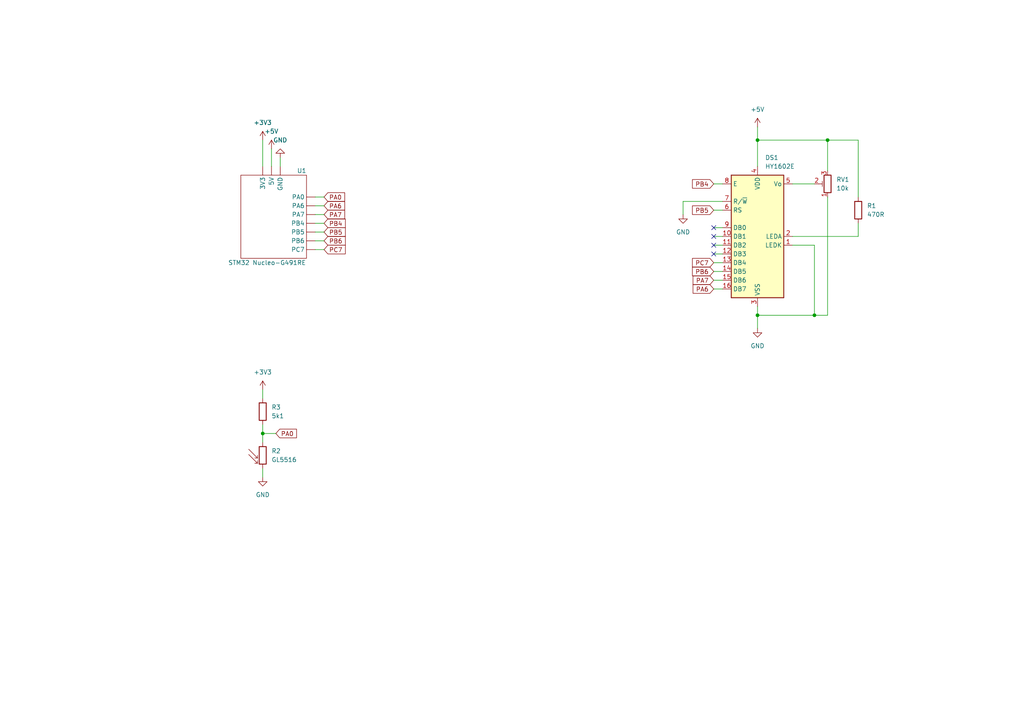
<source format=kicad_sch>
(kicad_sch (version 20230121) (generator eeschema)
  (paper "A4")
  (lib_symbols
    (symbol "Device:R" (pin_numbers hide) (pin_names (offset 0))
      (property "Reference" "R" (at 2.032 0 90))
      (property "Value" "R" (at 0 0 90))
      (symbol "R_0_1"
        (rectangle (start -1.016 -2.54) (end 1.016 2.54) (stroke (width 0.254)))
      )
      (symbol "R_1_1"
        (pin passive line (at 0 3.81 270) (length 1.27) (name "~") (number "1"))
        (pin passive line (at 0 -3.81 90) (length 1.27) (name "~") (number "2"))
      )
    )
    (symbol "Device:R_Potentiometer_Trim" (pin_names (offset 1.016) hide)
      (property "Reference" "RV" (at -4.445 0 90))
      (property "Value" "R_Potentiometer_Trim" (at -2.54 0 90))
      (symbol "R_Potentiometer_Trim_0_1"
        (polyline (pts (xy 1.524 0.762) (xy 1.524 -0.762)))
        (polyline (pts (xy 2.54 0) (xy 1.524 0)))
        (rectangle (start 1.016 2.54) (end -1.016 -2.54) (stroke (width 0.254)))
      )
      (symbol "R_Potentiometer_Trim_1_1"
        (pin passive line (at 0 3.81 270) (length 1.27) (name "1") (number "1"))
        (pin passive line (at 3.81 0 180) (length 1.27) (name "2") (number "2"))
        (pin passive line (at 0 -3.81 90) (length 1.27) (name "3") (number "3"))
      )
    )
    (symbol "Display_Character:HY1602E"
      (property "Reference" "DS" (at -6.096 19.05 0))
      (property "Value" "HY1602E" (at 5.08 19.05 0))
      (symbol "HY1602E_0_1"
        (rectangle (start -7.62 17.78) (end 7.62 -17.78) (stroke (width 0.254)) (fill (type background)))
      )
      (symbol "HY1602E_1_1"
        (pin passive line (at 10.16 -2.54 180) (length 2.54) (name "LEDK") (number "1"))
        (pin bidirectional line (at -10.16 0 0) (length 2.54) (name "DB1") (number "10"))
        (pin bidirectional line (at -10.16 -2.54 0) (length 2.54) (name "DB2") (number "11"))
        (pin bidirectional line (at -10.16 -5.08 0) (length 2.54) (name "DB3") (number "12"))
        (pin bidirectional line (at -10.16 -7.62 0) (length 2.54) (name "DB4") (number "13"))
        (pin bidirectional line (at -10.16 -10.16 0) (length 2.54) (name "DB5") (number "14"))
        (pin bidirectional line (at -10.16 -12.7 0) (length 2.54) (name "DB6") (number "15"))
        (pin bidirectional line (at -10.16 -15.24 0) (length 2.54) (name "DB7") (number "16"))
        (pin passive line (at 10.16 0 180) (length 2.54) (name "LEDA") (number "2"))
        (pin power_in line (at 0 -20.32 90) (length 2.54) (name "VSS") (number "3"))
        (pin power_in line (at 0 20.32 270) (length 2.54) (name "VDD") (number "4"))
        (pin input line (at 10.16 15.24 180) (length 2.54) (name "Vo") (number "5"))
        (pin input line (at -10.16 7.62 0) (length 2.54) (name "RS") (number "6"))
        (pin input line (at -10.16 10.16 0) (length 2.54) (name "R/~{W}") (number "7"))
        (pin input line (at -10.16 15.24 0) (length 2.54) (name "E") (number "8"))
        (pin bidirectional line (at -10.16 2.54 0) (length 2.54) (name "DB0") (number "9"))
      )
    )
    (symbol "Sensor_Optical:LDR07" (pin_numbers hide) (pin_names (offset 0))
      (property "Reference" "R" (at -5.08 0 90))
      (property "Value" "LDR07" (at 1.905 0 90))
      (symbol "LDR07_0_1"
        (rectangle (start -1.016 2.54) (end 1.016 -2.54) (stroke (width 0.254)))
        (polyline (pts (xy -1.524 -2.286) (xy -4.064 0.254)))
        (polyline (pts (xy -1.524 -2.286) (xy -2.286 -2.286)))
        (polyline (pts (xy -1.524 -2.286) (xy -1.524 -1.524)))
        (polyline (pts (xy -1.524 -0.762) (xy -4.064 1.778)))
        (polyline (pts (xy -1.524 -0.762) (xy -2.286 -0.762)))
        (polyline (pts (xy -1.524 -0.762) (xy -1.524 0)))
      )
      (symbol "LDR07_1_1"
        (pin passive line (at 0 3.81 270) (length 1.27) (name "~") (number "1"))
        (pin passive line (at 0 -3.81 90) (length 1.27) (name "~") (number "2"))
      )
    )
    (symbol "lux_meter:Nucleo-G491RE" (pin_numbers hide)
      (property "Reference" "U" (at -8.89 -2.54 0))
      (property "Value" "Nucleo-G491RE" (at -8.89 -5.08 0))
      (symbol "Nucleo-G491RE_0_1"
        (rectangle (start -8.89 22.86) (end 10.16 -1.27))
      )
      (symbol "Nucleo-G491RE_1_1"
        (pin power_out line (at -2.54 25.4 270) (length 2.54) (name "3V3") (number ""))
        (pin power_out line (at 0 25.4 270) (length 2.54) (name "5V") (number ""))
        (pin power_in line (at 2.54 25.4 270) (length 2.54) (name "GND") (number ""))
        (pin input line (at 12.7 16.51 180) (length 2.54) (name "PA0") (number ""))
        (pin output line (at 12.7 13.97 180) (length 2.54) (name "PA6") (number ""))
        (pin output line (at 12.7 11.43 180) (length 2.54) (name "PA7") (number ""))
        (pin output line (at 12.7 8.89 180) (length 2.54) (name "PB4") (number ""))
        (pin output line (at 12.7 6.35 180) (length 2.54) (name "PB5") (number ""))
        (pin output line (at 12.7 3.81 180) (length 2.54) (name "PB6") (number ""))
        (pin output line (at 12.7 1.27 180) (length 2.54) (name "PC7") (number ""))
      )
    )
    (symbol "power:+3V3" (power) (pin_names (offset 0))
      (property "Value" "+3V3" (at 0 3.556 0))
      (symbol "+3V3_0_1"
        (polyline (pts (xy -0.762 1.27) (xy 0 2.54)))
        (polyline (pts (xy 0 0) (xy 0 2.54)))
        (polyline (pts (xy 0 2.54) (xy 0.762 1.27)))
      )
      (symbol "+3V3_1_1"
        (pin power_in line (at 0 0 90) (length 0) hide (name "+3V3") (number "1"))
      )
    )
    (symbol "power:+5V" (power) (pin_names (offset 0))
      (property "Value" "+5V" (at 0 3.556 0))
      (symbol "+5V_0_1"
        (polyline (pts (xy -0.762 1.27) (xy 0 2.54)))
        (polyline (pts (xy 0 0) (xy 0 2.54)))
        (polyline (pts (xy 0 2.54) (xy 0.762 1.27)))
      )
      (symbol "+5V_1_1"
        (pin power_in line (at 0 0 90) (length 0) hide (name "+5V") (number "1"))
      )
    )
    (symbol "power:GND" (power) (pin_names (offset 0))
      (property "Value" "GND" (at 0 -3.81 0))
      (symbol "GND_0_1"
        (polyline (pts (xy 0 0) (xy 0 -1.27) (xy 1.27 -1.27) (xy 0 -2.54) (xy -1.27 -1.27) (xy 0 -1.27)))
      )
      (symbol "GND_1_1"
        (pin power_in line (at 0 0 270) (length 0) hide (name "GND") (number "1"))
      )
    )
  )
  (junction (at 240.03 40.64))
  (junction (at 219.71 40.64))
  (junction (at 76.2 125.73))
  (junction (at 236.22 91.44))
  (junction (at 219.71 91.44))
  (no_connect (at 207.01 71.12))
  (no_connect (at 207.01 73.66))
  (no_connect (at 207.01 68.58))
  (no_connect (at 207.01 66.04))
  (wire (pts (xy 207.01 71.12) (xy 209.55 71.12)))
  (wire (pts (xy 236.22 71.12) (xy 236.22 91.44)))
  (wire (pts (xy 248.92 40.64) (xy 240.03 40.64)))
  (wire (pts (xy 219.71 91.44) (xy 219.71 95.25)))
  (wire (pts (xy 248.92 68.58) (xy 248.92 64.77)))
  (wire (pts (xy 207.01 53.34) (xy 209.55 53.34)))
  (wire (pts (xy 207.01 66.04) (xy 209.55 66.04)))
  (wire (pts (xy 207.01 73.66) (xy 209.55 73.66)))
  (wire (pts (xy 91.44 64.77) (xy 93.98 64.77)))
  (wire (pts (xy 229.87 71.12) (xy 236.22 71.12)))
  (wire (pts (xy 76.2 123.19) (xy 76.2 125.73)))
  (wire (pts (xy 78.74 43.18) (xy 78.74 48.26)))
  (wire (pts (xy 91.44 67.31) (xy 93.98 67.31)))
  (wire (pts (xy 240.03 91.44) (xy 236.22 91.44)))
  (wire (pts (xy 207.01 76.2) (xy 209.55 76.2)))
  (wire (pts (xy 207.01 68.58) (xy 209.55 68.58)))
  (wire (pts (xy 219.71 88.9) (xy 219.71 91.44)))
  (wire (pts (xy 91.44 59.69) (xy 93.98 59.69)))
  (wire (pts (xy 219.71 40.64) (xy 219.71 48.26)))
  (wire (pts (xy 236.22 91.44) (xy 219.71 91.44)))
  (wire (pts (xy 209.55 58.42) (xy 198.12 58.42)))
  (wire (pts (xy 229.87 68.58) (xy 248.92 68.58)))
  (wire (pts (xy 207.01 78.74) (xy 209.55 78.74)))
  (wire (pts (xy 76.2 125.73) (xy 76.2 128.27)))
  (wire (pts (xy 91.44 57.15) (xy 93.98 57.15)))
  (wire (pts (xy 229.87 53.34) (xy 236.22 53.34)))
  (wire (pts (xy 207.01 81.28) (xy 209.55 81.28)))
  (wire (pts (xy 76.2 135.89) (xy 76.2 138.43)))
  (wire (pts (xy 76.2 113.03) (xy 76.2 115.57)))
  (wire (pts (xy 91.44 72.39) (xy 93.98 72.39)))
  (wire (pts (xy 219.71 36.83) (xy 219.71 40.64)))
  (wire (pts (xy 91.44 69.85) (xy 93.98 69.85)))
  (wire (pts (xy 248.92 57.15) (xy 248.92 40.64)))
  (wire (pts (xy 207.01 60.96) (xy 209.55 60.96)))
  (wire (pts (xy 207.01 83.82) (xy 209.55 83.82)))
  (wire (pts (xy 81.28 45.72) (xy 81.28 48.26)))
  (wire (pts (xy 76.2 125.73) (xy 80.01 125.73)))
  (wire (pts (xy 240.03 57.15) (xy 240.03 91.44)))
  (wire (pts (xy 240.03 49.53) (xy 240.03 40.64)))
  (wire (pts (xy 240.03 40.64) (xy 219.71 40.64)))
  (wire (pts (xy 76.2 40.64) (xy 76.2 48.26)))
  (wire (pts (xy 198.12 58.42) (xy 198.12 62.23)))
  (wire (pts (xy 91.44 62.23) (xy 93.98 62.23)))
  (global_label "PC7" (shape input) (at 93.98 72.39 0) (property "Intersheetrefs" "${INTERSHEET_REFS}" (effects hide)))
  (global_label "PA7" (shape input) (at 207.01 81.28 180) (property "Intersheetrefs" "${INTERSHEET_REFS}" (effects hide)))
  (global_label "PA0" (shape input) (at 93.98 57.15 0) (property "Intersheetrefs" "${INTERSHEET_REFS}" (effects hide)))
  (global_label "PB5" (shape input) (at 93.98 67.31 0) (property "Intersheetrefs" "${INTERSHEET_REFS}" (effects hide)))
  (global_label "PB4" (shape input) (at 93.98 64.77 0) (property "Intersheetrefs" "${INTERSHEET_REFS}" (effects hide)))
  (global_label "PB6" (shape input) (at 207.01 78.74 180) (property "Intersheetrefs" "${INTERSHEET_REFS}" (effects hide)))
  (global_label "PA6" (shape input) (at 93.98 59.69 0) (property "Intersheetrefs" "${INTERSHEET_REFS}" (effects hide)))
  (global_label "PC7" (shape input) (at 207.01 76.2 180) (property "Intersheetrefs" "${INTERSHEET_REFS}" (effects hide)))
  (global_label "PA6" (shape input) (at 207.01 83.82 180) (property "Intersheetrefs" "${INTERSHEET_REFS}" (effects hide)))
  (global_label "PB6" (shape input) (at 93.98 69.85 0) (property "Intersheetrefs" "${INTERSHEET_REFS}" (effects hide)))
  (global_label "PA7" (shape input) (at 93.98 62.23 0) (property "Intersheetrefs" "${INTERSHEET_REFS}" (effects hide)))
  (global_label "PB4" (shape input) (at 207.01 53.34 180) (property "Intersheetrefs" "${INTERSHEET_REFS}" (effects hide)))
  (global_label "PA0" (shape input) (at 80.01 125.73 0) (property "Intersheetrefs" "${INTERSHEET_REFS}" (effects hide)))
  (global_label "PB5" (shape input) (at 207.01 60.96 180) (property "Intersheetrefs" "${INTERSHEET_REFS}" (effects hide)))
  (symbol (lib_id "power:GND") (at 219.71 95.25 0) (unit 1)
    (property "Reference" "#PWR02" (effects hide))
    (property "Value" "GND" (at 219.71 100.33 0))
  )
  (symbol (lib_id "Display_Character:HY1602E") (at 219.71 68.58 0) (unit 1)
    (property "Reference" "DS1" (at 221.9041 45.72 0) (effects (justify left)))
    (property "Value" "HY1602E" (at 221.9041 48.26 0) (effects (justify left)))
    (property "Footprint" "Display:HY1602E" (effects hide))
    (property "Datasheet" "http://www.icbank.com/data/ICBShop/board/HY1602E.pdf" (effects hide))
  )
  (symbol (lib_id "Device:R_Potentiometer_Trim") (at 240.03 53.34 180) (unit 1)
    (property "Reference" "RV1" (at 242.57 52.07 0) (effects (justify right)))
    (property "Value" "10k" (at 242.57 54.61 0) (effects (justify right)))
  )
  (symbol (lib_id "power:+5V") (at 78.74 43.18 0) (unit 1)
    (property "Reference" "#PWR05" (effects hide))
    (property "Value" "+5V" (at 78.74 38.1 0))
  )
  (symbol (lib_id "Sensor_Optical:LDR07") (at 76.2 132.08 0) (unit 1)
    (property "Reference" "R2" (at 78.74 130.81 0) (effects (justify left)))
    (property "Value" "GL5516" (at 78.74 133.35 0) (effects (justify left)))
    (property "Footprint" "OptoDevice:R_LDR_5.1x4.3mm_P3.4mm_Vertical" (effects hide))
    (property "Datasheet" "http://www.tme.eu/de/Document/f2e3ad76a925811312d226c31da4cd7e/LDR07.pdf" (effects hide))
  )
  (symbol (lib_id "power:GND") (at 76.2 138.43 0) (unit 1)
    (property "Reference" "#PWR07" (effects hide))
    (property "Value" "GND" (at 76.2 143.51 0))
  )
  (symbol (lib_id "power:+3V3") (at 76.2 113.03 0) (unit 1)
    (property "Reference" "#PWR08" (effects hide))
    (property "Value" "+3V3" (at 76.2 107.95 0))
  )
  (symbol (lib_id "power:GND") (at 198.12 62.23 0) (unit 1)
    (property "Reference" "#PWR03" (effects hide))
    (property "Value" "GND" (at 198.12 67.31 0))
  )
  (symbol (lib_id "Device:R") (at 76.2 119.38 0) (unit 1)
    (property "Reference" "R3" (at 78.74 118.11 0) (effects (justify left)))
    (property "Value" "5k1" (at 78.74 120.65 0) (effects (justify left)))
  )
  (symbol (lib_id "power:+3V3") (at 76.2 40.64 0) (unit 1)
    (property "Reference" "#PWR06" (effects hide))
    (property "Value" "+3V3" (at 76.2 35.56 0))
  )
  (symbol (lib_id "power:GND") (at 81.28 45.72 180) (unit 1)
    (property "Reference" "#PWR04" (effects hide))
    (property "Value" "GND" (at 81.28 40.64 0))
  )
  (symbol (lib_id "power:+5V") (at 219.71 36.83 0) (unit 1)
    (property "Reference" "#PWR01" (effects hide))
    (property "Value" "+5V" (at 219.71 31.75 0))
  )
  (symbol (lib_id "lux_meter:Nucleo-G491RE") (at 78.74 73.66 0) (unit 1)
    (property "Reference" "U1" (at 88.9 49.53 0) (effects (justify right)))
    (property "Value" "STM32 Nucleo-G491RE" (at 77.47 76.2 0))
  )
  (symbol (lib_id "Device:R") (at 248.92 60.96 0) (unit 1)
    (property "Reference" "R1" (at 251.46 59.69 0) (effects (justify left)))
    (property "Value" "470R" (at 251.46 62.23 0) (effects (justify left)))
  )
)
</source>
